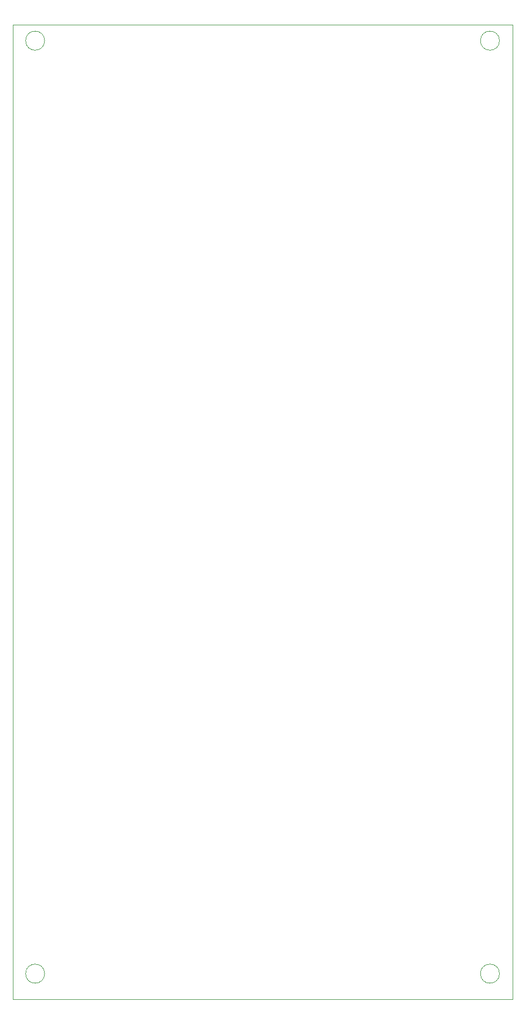
<source format=gm1>
%TF.GenerationSoftware,KiCad,Pcbnew,(5.1.6)-1*%
%TF.CreationDate,2024-03-01T18:25:57-06:00*%
%TF.ProjectId,Loop PCVR,4c6f6f70-2050-4435-9652-2e6b69636164,rev?*%
%TF.SameCoordinates,Original*%
%TF.FileFunction,Profile,NP*%
%FSLAX46Y46*%
G04 Gerber Fmt 4.6, Leading zero omitted, Abs format (unit mm)*
G04 Created by KiCad (PCBNEW (5.1.6)-1) date 2024-03-01 18:25:57*
%MOMM*%
%LPD*%
G01*
G04 APERTURE LIST*
%TA.AperFunction,Profile*%
%ADD10C,0.050000*%
%TD*%
G04 APERTURE END LIST*
D10*
X104140000Y-12700000D02*
X104140000Y-166180000D01*
X25400000Y-166180000D02*
X25400000Y-12700000D01*
X102100000Y-15240000D02*
G75*
G03*
X102100000Y-15240000I-1500000J0D01*
G01*
X102100000Y-162116000D02*
G75*
G03*
X102100000Y-162116000I-1500000J0D01*
G01*
X30440000Y-162116000D02*
G75*
G03*
X30440000Y-162116000I-1500000J0D01*
G01*
X30440000Y-15240000D02*
G75*
G03*
X30440000Y-15240000I-1500000J0D01*
G01*
X104140000Y-166180000D02*
X25400000Y-166180000D01*
X25400000Y-12700000D02*
X104140000Y-12700000D01*
M02*

</source>
